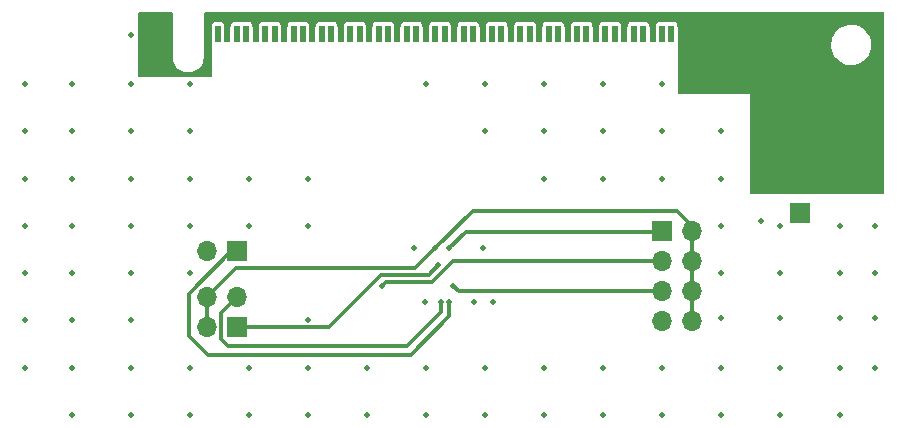
<source format=gbr>
%TF.GenerationSoftware,KiCad,Pcbnew,(7.0.0)*%
%TF.CreationDate,2023-08-31T15:59:46+04:00*%
%TF.ProjectId,RD53B_Quad_ZIF_to_ERF8_Data_Adapter,52443533-425f-4517-9561-645f5a49465f,V0*%
%TF.SameCoordinates,Original*%
%TF.FileFunction,Copper,L4,Bot*%
%TF.FilePolarity,Positive*%
%FSLAX46Y46*%
G04 Gerber Fmt 4.6, Leading zero omitted, Abs format (unit mm)*
G04 Created by KiCad (PCBNEW (7.0.0)) date 2023-08-31 15:59:46*
%MOMM*%
%LPD*%
G01*
G04 APERTURE LIST*
%TA.AperFunction,ComponentPad*%
%ADD10R,1.700000X1.700000*%
%TD*%
%TA.AperFunction,ComponentPad*%
%ADD11O,1.700000X1.700000*%
%TD*%
%TA.AperFunction,SMDPad,CuDef*%
%ADD12R,0.500000X1.480000*%
%TD*%
%TA.AperFunction,SMDPad,CuDef*%
%ADD13R,1.500000X2.000000*%
%TD*%
%TA.AperFunction,ViaPad*%
%ADD14C,0.500000*%
%TD*%
%TA.AperFunction,Conductor*%
%ADD15C,0.300000*%
%TD*%
G04 APERTURE END LIST*
D10*
%TO.P,J2,1,Pin_1*%
%TO.N,/LP_Enable_Module*%
X134420499Y-104471999D03*
D11*
%TO.P,J2,2,Pin_2*%
%TO.N,/FGND*%
X131880499Y-104471999D03*
%TD*%
D12*
%TO.P,J5,02,02*%
%TO.N,unconnected-(J5-Pad02)*%
X132820499Y-86069999D03*
%TO.P,J5,04,04*%
%TO.N,GND*%
X133620499Y-86069999D03*
%TO.P,J5,06,06*%
%TO.N,unconnected-(J5-Pad06)*%
X134420499Y-86069999D03*
%TO.P,J5,08,08*%
%TO.N,unconnected-(J5-Pad08)*%
X135220499Y-86069999D03*
%TO.P,J5,10,10*%
%TO.N,GND*%
X136020499Y-86069999D03*
%TO.P,J5,12,12*%
%TO.N,unconnected-(J5-Pad12)*%
X136820499Y-86069999D03*
%TO.P,J5,14,14*%
%TO.N,unconnected-(J5-Pad14)*%
X137620499Y-86069999D03*
%TO.P,J5,16,16*%
%TO.N,GND*%
X138420499Y-86069999D03*
%TO.P,J5,18,18*%
%TO.N,unconnected-(J5-Pad18)*%
X139220499Y-86069999D03*
%TO.P,J5,20,20*%
%TO.N,unconnected-(J5-Pad20)*%
X140020499Y-86069999D03*
%TO.P,J5,22,22*%
%TO.N,GND*%
X140820499Y-86069999D03*
%TO.P,J5,24,24*%
%TO.N,unconnected-(J5-Pad24)*%
X141620499Y-86069999D03*
%TO.P,J5,26,26*%
%TO.N,unconnected-(J5-Pad26)*%
X142420499Y-86069999D03*
%TO.P,J5,28,28*%
%TO.N,GND*%
X143220499Y-86069999D03*
%TO.P,J5,30,30*%
%TO.N,unconnected-(J5-Pad30)*%
X144020499Y-86069999D03*
%TO.P,J5,32,32*%
%TO.N,unconnected-(J5-Pad32)*%
X144820499Y-86069999D03*
%TO.P,J5,34,34*%
%TO.N,GND*%
X145620499Y-86069999D03*
%TO.P,J5,36,36*%
%TO.N,unconnected-(J5-Pad36)*%
X146420499Y-86069999D03*
%TO.P,J5,38,38*%
%TO.N,unconnected-(J5-Pad38)*%
X147220499Y-86069999D03*
%TO.P,J5,40,40*%
%TO.N,GND*%
X148020499Y-86069999D03*
%TO.P,J5,42,42*%
%TO.N,unconnected-(J5-Pad42)*%
X148820499Y-86069999D03*
%TO.P,J5,44,44*%
%TO.N,unconnected-(J5-Pad44)*%
X149620499Y-86069999D03*
%TO.P,J5,46,46*%
%TO.N,GND*%
X150420499Y-86069999D03*
%TO.P,J5,48,48*%
%TO.N,unconnected-(J5-Pad48)*%
X151220499Y-86069999D03*
%TO.P,J5,50,50*%
%TO.N,unconnected-(J5-Pad50)*%
X152020499Y-86069999D03*
%TO.P,J5,52,52*%
%TO.N,GND*%
X152820499Y-86069999D03*
%TO.P,J5,54,54*%
%TO.N,unconnected-(J5-Pad54)*%
X153620499Y-86069999D03*
%TO.P,J5,56,56*%
%TO.N,unconnected-(J5-Pad56)*%
X154420499Y-86069999D03*
%TO.P,J5,58,58*%
%TO.N,GND*%
X155220499Y-86069999D03*
%TO.P,J5,60,60*%
%TO.N,unconnected-(J5-Pad60)*%
X156020499Y-86069999D03*
%TO.P,J5,62,62*%
%TO.N,unconnected-(J5-Pad62)*%
X156820499Y-86069999D03*
%TO.P,J5,64,64*%
%TO.N,GND*%
X157620499Y-86069999D03*
%TO.P,J5,66,66*%
%TO.N,unconnected-(J5-Pad66)*%
X158420499Y-86069999D03*
%TO.P,J5,68,68*%
%TO.N,unconnected-(J5-Pad68)*%
X159220499Y-86069999D03*
%TO.P,J5,70,70*%
%TO.N,GND*%
X160020499Y-86069999D03*
%TO.P,J5,72,72*%
%TO.N,unconnected-(J5-Pad72)*%
X160820499Y-86069999D03*
%TO.P,J5,74,74*%
%TO.N,unconnected-(J5-Pad74)*%
X161620499Y-86069999D03*
%TO.P,J5,76,76*%
%TO.N,GND*%
X162420499Y-86069999D03*
%TO.P,J5,78,78*%
%TO.N,unconnected-(J5-Pad78)*%
X163220499Y-86069999D03*
%TO.P,J5,80,80*%
%TO.N,unconnected-(J5-Pad80)*%
X164020499Y-86069999D03*
%TO.P,J5,82,82*%
%TO.N,GND*%
X164820499Y-86069999D03*
%TO.P,J5,84,84*%
%TO.N,unconnected-(J5-Pad84)*%
X165620499Y-86069999D03*
%TO.P,J5,86,86*%
%TO.N,unconnected-(J5-Pad86)*%
X166420499Y-86069999D03*
%TO.P,J5,88,88*%
%TO.N,GND*%
X167220499Y-86069999D03*
%TO.P,J5,90,90*%
%TO.N,unconnected-(J5-Pad90)*%
X168020499Y-86069999D03*
%TO.P,J5,92,92*%
%TO.N,unconnected-(J5-Pad92)*%
X168820499Y-86069999D03*
%TO.P,J5,94,94*%
%TO.N,GND*%
X169620499Y-86069999D03*
%TO.P,J5,96,96*%
%TO.N,unconnected-(J5-Pad96)*%
X170420499Y-86069999D03*
%TO.P,J5,98,98*%
%TO.N,unconnected-(J5-Pad98)*%
X171220499Y-86069999D03*
%TO.P,J5,100,100*%
%TO.N,GND*%
X172020499Y-86069999D03*
D13*
%TO.P,J5,S2,S2*%
X127920499Y-86209999D03*
%TO.P,J5,S4,S4*%
X176920499Y-86209999D03*
%TD*%
D10*
%TO.P,J4,1,Pin_1*%
%TO.N,/MUX_Chip1*%
X170420499Y-102799999D03*
D11*
%TO.P,J4,2,Pin_2*%
%TO.N,/GND_Module*%
X172960499Y-102799999D03*
%TO.P,J4,3,Pin_3*%
%TO.N,/MUX_Chip2*%
X170420499Y-105339999D03*
%TO.P,J4,4,Pin_4*%
%TO.N,/GND_Module*%
X172960499Y-105339999D03*
%TO.P,J4,5,Pin_5*%
%TO.N,/MUX_Chip3*%
X170420499Y-107879999D03*
%TO.P,J4,6,Pin_6*%
%TO.N,/GND_Module*%
X172960499Y-107879999D03*
%TO.P,J4,7,Pin_7*%
%TO.N,/MUX_Chip4*%
X170420499Y-110419999D03*
%TO.P,J4,8,Pin_8*%
%TO.N,/GND_Module*%
X172960499Y-110419999D03*
%TD*%
D10*
%TO.P,J3,1,Pin_1*%
%TO.N,/CHIP_ID2*%
X134420499Y-110886999D03*
D11*
%TO.P,J3,2,Pin_2*%
%TO.N,/GND_Module*%
X131880499Y-110886999D03*
%TO.P,J3,3,Pin_3*%
%TO.N,/CHIP_ID3*%
X134420499Y-108346999D03*
%TO.P,J3,4,Pin_4*%
%TO.N,/GND_Module*%
X131880499Y-108346999D03*
%TD*%
D10*
%TO.P,J6,1,Pin_1*%
%TO.N,/FGND*%
X182086999Y-101249999D03*
D11*
%TO.P,J6,2,Pin_2*%
%TO.N,GND*%
X182086999Y-98709999D03*
%TD*%
D14*
%TO.N,/LP_Enable_Module*%
X152400000Y-108800000D03*
%TO.N,/CHIP_ID2*%
X151472000Y-105670000D03*
%TO.N,/CHIP_ID3*%
X151697000Y-108800000D03*
%TO.N,/MUX_Chip1*%
X152420500Y-104200000D03*
%TO.N,/MUX_Chip3*%
X152720500Y-107400000D03*
%TO.N,/GND_Module*%
X151215000Y-104200000D03*
%TO.N,/MUX_Chip2*%
X146720500Y-107400000D03*
%TO.N,GND*%
X152820500Y-84730000D03*
X140820500Y-84730000D03*
X188448000Y-94330000D03*
X178790000Y-97966000D03*
X157620500Y-84730000D03*
X133620500Y-84730000D03*
X172020500Y-84730000D03*
X150420500Y-84730000D03*
X175650500Y-86210000D03*
X188448000Y-98330000D03*
X188448000Y-90330000D03*
X180448000Y-90330000D03*
X162420500Y-84730000D03*
X160020500Y-84730000D03*
X180448000Y-86210000D03*
X185448000Y-98330000D03*
X148020500Y-84730000D03*
X143220500Y-84730000D03*
X136020500Y-84730000D03*
X138420500Y-84730000D03*
X127920500Y-87810000D03*
X180448000Y-98330000D03*
X175448000Y-90330000D03*
X176920000Y-87810000D03*
X145620500Y-84730000D03*
X180448000Y-94330000D03*
X169620500Y-84730000D03*
X126650500Y-86210000D03*
X185448000Y-94330000D03*
X178190500Y-86210000D03*
X185448000Y-90330000D03*
X155220500Y-84730000D03*
X167220500Y-84730000D03*
X164820500Y-84730000D03*
%TO.N,/FGND*%
X125448000Y-110330000D03*
X170448000Y-118330000D03*
X160448000Y-118330000D03*
X130448000Y-114330000D03*
X130448000Y-102330000D03*
X165448000Y-94330000D03*
X165448000Y-90330000D03*
X185448000Y-118330000D03*
X155448000Y-90330000D03*
X116448000Y-94330000D03*
X130448000Y-106330000D03*
X175448000Y-102330000D03*
X150448000Y-118330000D03*
X156134000Y-108800000D03*
X125448000Y-94330000D03*
X116448000Y-106330000D03*
X160448000Y-98330000D03*
X145448000Y-118330000D03*
X120448000Y-98330000D03*
X188448000Y-102330000D03*
X116448000Y-90330000D03*
X185448000Y-106330000D03*
X145448000Y-114330000D03*
X180448000Y-118330000D03*
X116448000Y-102330000D03*
X178790000Y-101919000D03*
X125448000Y-106330000D03*
X140448000Y-98330000D03*
X120448000Y-102330000D03*
X175448000Y-114330000D03*
X188448000Y-106330000D03*
X135448000Y-98330000D03*
X120448000Y-90330000D03*
X120448000Y-94330000D03*
X140448000Y-102330000D03*
X180448000Y-114330000D03*
X125448000Y-90330000D03*
X120448000Y-110330000D03*
X125448000Y-98330000D03*
X175448000Y-98330000D03*
X180448000Y-102330000D03*
X125448000Y-118330000D03*
X154520500Y-108800000D03*
X125448000Y-114330000D03*
X160448000Y-94330000D03*
X135448000Y-114330000D03*
X170448000Y-90330000D03*
X150448000Y-114330000D03*
X185448000Y-114330000D03*
X130448000Y-118330000D03*
X120448000Y-106330000D03*
X155448000Y-114330000D03*
X180448000Y-106330000D03*
X149420500Y-104200000D03*
X125448000Y-86210000D03*
X165448000Y-98330000D03*
X165448000Y-118330000D03*
X135448000Y-118330000D03*
X116448000Y-114330000D03*
X150320500Y-108800000D03*
X175448000Y-94330000D03*
X175448000Y-106330000D03*
X188448000Y-114330000D03*
X155448000Y-118330000D03*
X155448000Y-94330000D03*
X120448000Y-118330000D03*
X120448000Y-114330000D03*
X160448000Y-114330000D03*
X150448000Y-90330000D03*
X165448000Y-114330000D03*
X170448000Y-114330000D03*
X125448000Y-102330000D03*
X155274000Y-104200000D03*
X130448000Y-98330000D03*
X185448000Y-102330000D03*
X135448000Y-102330000D03*
X160448000Y-90330000D03*
X175448000Y-110090000D03*
X130448000Y-90330000D03*
X188448000Y-110090000D03*
X140448000Y-110330000D03*
X175448000Y-118330000D03*
X140448000Y-118330000D03*
X130448000Y-94330000D03*
X170448000Y-94330000D03*
X170448000Y-98330000D03*
X140448000Y-114330000D03*
X116448000Y-110330000D03*
X180448000Y-110090000D03*
X185448000Y-110090000D03*
X116448000Y-98330000D03*
%TD*%
D15*
%TO.N,/GND_Module*%
X154373000Y-101042000D02*
X171692000Y-101042000D01*
X151215000Y-104200000D02*
X154373000Y-101042000D01*
%TO.N,/LP_Enable_Module*%
X130369000Y-111656000D02*
X131944000Y-113231000D01*
X152400000Y-109958000D02*
X152400000Y-108800000D01*
X134420500Y-104472000D02*
X133964000Y-104472000D01*
X149127000Y-113231000D02*
X152400000Y-109958000D01*
X130369000Y-108067000D02*
X130369000Y-111656000D01*
X133964000Y-104472000D02*
X130369000Y-108067000D01*
X131944000Y-113231000D02*
X149127000Y-113231000D01*
%TO.N,/CHIP_ID2*%
X142259000Y-110887000D02*
X134420500Y-110887000D01*
X150658000Y-106484000D02*
X146662000Y-106484000D01*
X151472000Y-105670000D02*
X150658000Y-106484000D01*
X146662000Y-106484000D02*
X142259000Y-110887000D01*
%TO.N,/CHIP_ID3*%
X151697000Y-109602000D02*
X151697000Y-108800000D01*
X133067000Y-111887000D02*
X133673000Y-112493000D01*
X133067000Y-109700500D02*
X133067000Y-111887000D01*
X148806000Y-112493000D02*
X151697000Y-109602000D01*
X134420500Y-108347000D02*
X133067000Y-109700500D01*
X133673000Y-112493000D02*
X148806000Y-112493000D01*
%TO.N,/MUX_Chip1*%
X153812500Y-102808000D02*
X170412500Y-102808000D01*
X170412500Y-102808000D02*
X170420500Y-102800000D01*
X152420500Y-104200000D02*
X153812500Y-102808000D01*
%TO.N,/MUX_Chip3*%
X170420500Y-107880000D02*
X153200500Y-107880000D01*
X152720500Y-107400000D02*
X153200500Y-107880000D01*
%TO.N,/GND_Module*%
X131880500Y-108347000D02*
X131880500Y-110887000D01*
X172960500Y-102310500D02*
X172960500Y-102800000D01*
X172960500Y-102800000D02*
X172960500Y-110420000D01*
X171692000Y-101042000D02*
X172960500Y-102310500D01*
X134311500Y-105916000D02*
X149499000Y-105916000D01*
X149499000Y-105916000D02*
X151215000Y-104200000D01*
X131880500Y-108347000D02*
X134311500Y-105916000D01*
%TO.N,/MUX_Chip2*%
X147036500Y-107084000D02*
X146720500Y-107400000D01*
X152718000Y-105340000D02*
X150974000Y-107084000D01*
X170420500Y-105340000D02*
X152718000Y-105340000D01*
X150974000Y-107084000D02*
X147036500Y-107084000D01*
%TD*%
%TA.AperFunction,Conductor*%
%TO.N,GND*%
G36*
X128937000Y-84227381D02*
G01*
X128983119Y-84273500D01*
X129000000Y-84336500D01*
X129000000Y-87970118D01*
X129000000Y-88010000D01*
X129000000Y-88113139D01*
X129000773Y-88118022D01*
X129000774Y-88118029D01*
X129031494Y-88311987D01*
X129031495Y-88311994D01*
X129032269Y-88316876D01*
X129033798Y-88321584D01*
X129033799Y-88321585D01*
X129094480Y-88508344D01*
X129094483Y-88508351D01*
X129096012Y-88513057D01*
X129189660Y-88696852D01*
X129310907Y-88863733D01*
X129456767Y-89009593D01*
X129623648Y-89130840D01*
X129807443Y-89224488D01*
X130003624Y-89288231D01*
X130207361Y-89320500D01*
X130270618Y-89320500D01*
X130310500Y-89320500D01*
X130350382Y-89320500D01*
X130408686Y-89320500D01*
X130413639Y-89320500D01*
X130617376Y-89288231D01*
X130813557Y-89224488D01*
X130997352Y-89130840D01*
X131164233Y-89009593D01*
X131310093Y-88863733D01*
X131431340Y-88696852D01*
X131524988Y-88513057D01*
X131588731Y-88316876D01*
X131621000Y-88113139D01*
X131621000Y-88010000D01*
X131621000Y-87970118D01*
X131621000Y-84336500D01*
X131637881Y-84273500D01*
X131684000Y-84227381D01*
X131747000Y-84210500D01*
X178397910Y-84210500D01*
X178443090Y-84210500D01*
X189121500Y-84210500D01*
X189184500Y-84227381D01*
X189230619Y-84273500D01*
X189247500Y-84336500D01*
X189247500Y-99487000D01*
X189230619Y-99550000D01*
X189184500Y-99596119D01*
X189121500Y-99613000D01*
X178003000Y-99613000D01*
X177940000Y-99596119D01*
X177893881Y-99550000D01*
X177877000Y-99487000D01*
X177877000Y-91157590D01*
X177877000Y-91141000D01*
X177860410Y-91141000D01*
X171905000Y-91141000D01*
X171842000Y-91124119D01*
X171795881Y-91078000D01*
X171779000Y-91015000D01*
X171779000Y-86944675D01*
X184743748Y-86944675D01*
X184753749Y-87205593D01*
X184754667Y-87210328D01*
X184754668Y-87210334D01*
X184802541Y-87457183D01*
X184802544Y-87457194D01*
X184803462Y-87461927D01*
X184805094Y-87466471D01*
X184890088Y-87703123D01*
X184890091Y-87703130D01*
X184891721Y-87707668D01*
X184894027Y-87711909D01*
X184894029Y-87711913D01*
X185014146Y-87932805D01*
X185014151Y-87932813D01*
X185016459Y-87937057D01*
X185019390Y-87940903D01*
X185019392Y-87940905D01*
X185146904Y-88108186D01*
X185174750Y-88144716D01*
X185362886Y-88325778D01*
X185366837Y-88328557D01*
X185572506Y-88473221D01*
X185572509Y-88473222D01*
X185576456Y-88475999D01*
X185810453Y-88591859D01*
X186059395Y-88670641D01*
X186317445Y-88710500D01*
X186510771Y-88710500D01*
X186513177Y-88710500D01*
X186708344Y-88695516D01*
X186962586Y-88636021D01*
X187204766Y-88538414D01*
X187429208Y-88404982D01*
X187630652Y-88238852D01*
X187804375Y-88043920D01*
X187946306Y-87824753D01*
X188053118Y-87586489D01*
X188122307Y-87334713D01*
X188152252Y-87075325D01*
X188142251Y-86814407D01*
X188108006Y-86637833D01*
X188093458Y-86562816D01*
X188093457Y-86562814D01*
X188092538Y-86558073D01*
X188004279Y-86312332D01*
X187879541Y-86082943D01*
X187721250Y-85875284D01*
X187533114Y-85694222D01*
X187424870Y-85618085D01*
X187323493Y-85546778D01*
X187323487Y-85546774D01*
X187319544Y-85544001D01*
X187315224Y-85541862D01*
X187315219Y-85541859D01*
X187089875Y-85430284D01*
X187085547Y-85428141D01*
X187080940Y-85426683D01*
X186841207Y-85350815D01*
X186841202Y-85350813D01*
X186836605Y-85349359D01*
X186831841Y-85348623D01*
X186831832Y-85348621D01*
X186583329Y-85310237D01*
X186583323Y-85310236D01*
X186578555Y-85309500D01*
X186382823Y-85309500D01*
X186380432Y-85309683D01*
X186380420Y-85309684D01*
X186192472Y-85324114D01*
X186192468Y-85324114D01*
X186187656Y-85324484D01*
X186182964Y-85325581D01*
X186182957Y-85325583D01*
X185938109Y-85382880D01*
X185938105Y-85382881D01*
X185933414Y-85383979D01*
X185928945Y-85385780D01*
X185928936Y-85385783D01*
X185695718Y-85479778D01*
X185695709Y-85479782D01*
X185691234Y-85481586D01*
X185687080Y-85484055D01*
X185687079Y-85484056D01*
X185470939Y-85612552D01*
X185470933Y-85612555D01*
X185466792Y-85615018D01*
X185463079Y-85618079D01*
X185463072Y-85618085D01*
X185269067Y-85778080D01*
X185269060Y-85778086D01*
X185265348Y-85781148D01*
X185262143Y-85784743D01*
X185262138Y-85784749D01*
X185094839Y-85972473D01*
X185094835Y-85972477D01*
X185091625Y-85976080D01*
X185089003Y-85980128D01*
X185088996Y-85980138D01*
X184952318Y-86191193D01*
X184952310Y-86191205D01*
X184949694Y-86195247D01*
X184947722Y-86199644D01*
X184947718Y-86199653D01*
X184844860Y-86429097D01*
X184844856Y-86429105D01*
X184842882Y-86433511D01*
X184841602Y-86438166D01*
X184841601Y-86438171D01*
X184774971Y-86680633D01*
X184774968Y-86680644D01*
X184773693Y-86685287D01*
X184773140Y-86690071D01*
X184773139Y-86690080D01*
X184748012Y-86907740D01*
X184743748Y-86944675D01*
X171779000Y-86944675D01*
X171779000Y-85553590D01*
X171779000Y-85537000D01*
X171772929Y-85537000D01*
X171757905Y-85521976D01*
X171730591Y-85481099D01*
X171721000Y-85432881D01*
X171721000Y-85311513D01*
X171721000Y-85305326D01*
X171706466Y-85232260D01*
X171651101Y-85149399D01*
X171640785Y-85142506D01*
X171578557Y-85100927D01*
X171578555Y-85100926D01*
X171568240Y-85094034D01*
X171555592Y-85091518D01*
X171501241Y-85080706D01*
X171501232Y-85080705D01*
X171495174Y-85079500D01*
X170945826Y-85079500D01*
X170939768Y-85080704D01*
X170939758Y-85080706D01*
X170884930Y-85091613D01*
X170884929Y-85091613D01*
X170872760Y-85094034D01*
X170865321Y-85099004D01*
X170820500Y-85107919D01*
X170775678Y-85099004D01*
X170768240Y-85094034D01*
X170755592Y-85091518D01*
X170701241Y-85080706D01*
X170701232Y-85080705D01*
X170695174Y-85079500D01*
X170145826Y-85079500D01*
X170139768Y-85080704D01*
X170139758Y-85080706D01*
X170084930Y-85091613D01*
X170084929Y-85091613D01*
X170072760Y-85094034D01*
X170062446Y-85100925D01*
X170062442Y-85100927D01*
X170000214Y-85142506D01*
X170000211Y-85142508D01*
X169989899Y-85149399D01*
X169983008Y-85159711D01*
X169983006Y-85159714D01*
X169941427Y-85221942D01*
X169941425Y-85221946D01*
X169934534Y-85232260D01*
X169932113Y-85244429D01*
X169932113Y-85244430D01*
X169921206Y-85299258D01*
X169921204Y-85299268D01*
X169920000Y-85305326D01*
X169920000Y-85311513D01*
X169920000Y-85411000D01*
X169903119Y-85474000D01*
X169857000Y-85520119D01*
X169794000Y-85537000D01*
X169447000Y-85537000D01*
X169384000Y-85520119D01*
X169337881Y-85474000D01*
X169321000Y-85411000D01*
X169321000Y-85311513D01*
X169321000Y-85305326D01*
X169306466Y-85232260D01*
X169251101Y-85149399D01*
X169240785Y-85142506D01*
X169178557Y-85100927D01*
X169178555Y-85100926D01*
X169168240Y-85094034D01*
X169155592Y-85091518D01*
X169101241Y-85080706D01*
X169101232Y-85080705D01*
X169095174Y-85079500D01*
X168545826Y-85079500D01*
X168539768Y-85080704D01*
X168539758Y-85080706D01*
X168484930Y-85091613D01*
X168484929Y-85091613D01*
X168472760Y-85094034D01*
X168465321Y-85099004D01*
X168420500Y-85107919D01*
X168375678Y-85099004D01*
X168368240Y-85094034D01*
X168355592Y-85091518D01*
X168301241Y-85080706D01*
X168301232Y-85080705D01*
X168295174Y-85079500D01*
X167745826Y-85079500D01*
X167739768Y-85080704D01*
X167739758Y-85080706D01*
X167684930Y-85091613D01*
X167684929Y-85091613D01*
X167672760Y-85094034D01*
X167662446Y-85100925D01*
X167662442Y-85100927D01*
X167600214Y-85142506D01*
X167600211Y-85142508D01*
X167589899Y-85149399D01*
X167583008Y-85159711D01*
X167583006Y-85159714D01*
X167541427Y-85221942D01*
X167541425Y-85221946D01*
X167534534Y-85232260D01*
X167532113Y-85244429D01*
X167532113Y-85244430D01*
X167521206Y-85299258D01*
X167521204Y-85299268D01*
X167520000Y-85305326D01*
X167520000Y-85311513D01*
X167520000Y-85411000D01*
X167503119Y-85474000D01*
X167457000Y-85520119D01*
X167394000Y-85537000D01*
X167047000Y-85537000D01*
X166984000Y-85520119D01*
X166937881Y-85474000D01*
X166921000Y-85411000D01*
X166921000Y-85311513D01*
X166921000Y-85305326D01*
X166906466Y-85232260D01*
X166851101Y-85149399D01*
X166840785Y-85142506D01*
X166778557Y-85100927D01*
X166778555Y-85100926D01*
X166768240Y-85094034D01*
X166755592Y-85091518D01*
X166701241Y-85080706D01*
X166701232Y-85080705D01*
X166695174Y-85079500D01*
X166145826Y-85079500D01*
X166139768Y-85080704D01*
X166139758Y-85080706D01*
X166084930Y-85091613D01*
X166084929Y-85091613D01*
X166072760Y-85094034D01*
X166065321Y-85099004D01*
X166020500Y-85107919D01*
X165975678Y-85099004D01*
X165968240Y-85094034D01*
X165955592Y-85091518D01*
X165901241Y-85080706D01*
X165901232Y-85080705D01*
X165895174Y-85079500D01*
X165345826Y-85079500D01*
X165339768Y-85080704D01*
X165339758Y-85080706D01*
X165284930Y-85091613D01*
X165284929Y-85091613D01*
X165272760Y-85094034D01*
X165262446Y-85100925D01*
X165262442Y-85100927D01*
X165200214Y-85142506D01*
X165200211Y-85142508D01*
X165189899Y-85149399D01*
X165183008Y-85159711D01*
X165183006Y-85159714D01*
X165141427Y-85221942D01*
X165141425Y-85221946D01*
X165134534Y-85232260D01*
X165132113Y-85244429D01*
X165132113Y-85244430D01*
X165121206Y-85299258D01*
X165121204Y-85299268D01*
X165120000Y-85305326D01*
X165120000Y-85311513D01*
X165120000Y-85411000D01*
X165103119Y-85474000D01*
X165057000Y-85520119D01*
X164994000Y-85537000D01*
X164647000Y-85537000D01*
X164584000Y-85520119D01*
X164537881Y-85474000D01*
X164521000Y-85411000D01*
X164521000Y-85311513D01*
X164521000Y-85305326D01*
X164506466Y-85232260D01*
X164451101Y-85149399D01*
X164440785Y-85142506D01*
X164378557Y-85100927D01*
X164378555Y-85100926D01*
X164368240Y-85094034D01*
X164355592Y-85091518D01*
X164301241Y-85080706D01*
X164301232Y-85080705D01*
X164295174Y-85079500D01*
X163745826Y-85079500D01*
X163739768Y-85080704D01*
X163739758Y-85080706D01*
X163684930Y-85091613D01*
X163684929Y-85091613D01*
X163672760Y-85094034D01*
X163665321Y-85099004D01*
X163620500Y-85107919D01*
X163575678Y-85099004D01*
X163568240Y-85094034D01*
X163555592Y-85091518D01*
X163501241Y-85080706D01*
X163501232Y-85080705D01*
X163495174Y-85079500D01*
X162945826Y-85079500D01*
X162939768Y-85080704D01*
X162939758Y-85080706D01*
X162884930Y-85091613D01*
X162884929Y-85091613D01*
X162872760Y-85094034D01*
X162862446Y-85100925D01*
X162862442Y-85100927D01*
X162800214Y-85142506D01*
X162800211Y-85142508D01*
X162789899Y-85149399D01*
X162783008Y-85159711D01*
X162783006Y-85159714D01*
X162741427Y-85221942D01*
X162741425Y-85221946D01*
X162734534Y-85232260D01*
X162732113Y-85244429D01*
X162732113Y-85244430D01*
X162721206Y-85299258D01*
X162721204Y-85299268D01*
X162720000Y-85305326D01*
X162720000Y-85311513D01*
X162720000Y-85411000D01*
X162703119Y-85474000D01*
X162657000Y-85520119D01*
X162594000Y-85537000D01*
X162247000Y-85537000D01*
X162184000Y-85520119D01*
X162137881Y-85474000D01*
X162121000Y-85411000D01*
X162121000Y-85311513D01*
X162121000Y-85305326D01*
X162106466Y-85232260D01*
X162051101Y-85149399D01*
X162040785Y-85142506D01*
X161978557Y-85100927D01*
X161978555Y-85100926D01*
X161968240Y-85094034D01*
X161955592Y-85091518D01*
X161901241Y-85080706D01*
X161901232Y-85080705D01*
X161895174Y-85079500D01*
X161345826Y-85079500D01*
X161339768Y-85080704D01*
X161339758Y-85080706D01*
X161284930Y-85091613D01*
X161284929Y-85091613D01*
X161272760Y-85094034D01*
X161265321Y-85099004D01*
X161220500Y-85107919D01*
X161175678Y-85099004D01*
X161168240Y-85094034D01*
X161155592Y-85091518D01*
X161101241Y-85080706D01*
X161101232Y-85080705D01*
X161095174Y-85079500D01*
X160545826Y-85079500D01*
X160539768Y-85080704D01*
X160539758Y-85080706D01*
X160484930Y-85091613D01*
X160484929Y-85091613D01*
X160472760Y-85094034D01*
X160462446Y-85100925D01*
X160462442Y-85100927D01*
X160400214Y-85142506D01*
X160400211Y-85142508D01*
X160389899Y-85149399D01*
X160383008Y-85159711D01*
X160383006Y-85159714D01*
X160341427Y-85221942D01*
X160341425Y-85221946D01*
X160334534Y-85232260D01*
X160332113Y-85244429D01*
X160332113Y-85244430D01*
X160321206Y-85299258D01*
X160321204Y-85299268D01*
X160320000Y-85305326D01*
X160320000Y-85311513D01*
X160320000Y-85411000D01*
X160303119Y-85474000D01*
X160257000Y-85520119D01*
X160194000Y-85537000D01*
X159847000Y-85537000D01*
X159784000Y-85520119D01*
X159737881Y-85474000D01*
X159721000Y-85411000D01*
X159721000Y-85311513D01*
X159721000Y-85305326D01*
X159706466Y-85232260D01*
X159651101Y-85149399D01*
X159640785Y-85142506D01*
X159578557Y-85100927D01*
X159578555Y-85100926D01*
X159568240Y-85094034D01*
X159555592Y-85091518D01*
X159501241Y-85080706D01*
X159501232Y-85080705D01*
X159495174Y-85079500D01*
X158945826Y-85079500D01*
X158939768Y-85080704D01*
X158939758Y-85080706D01*
X158884930Y-85091613D01*
X158884929Y-85091613D01*
X158872760Y-85094034D01*
X158865321Y-85099004D01*
X158820500Y-85107919D01*
X158775678Y-85099004D01*
X158768240Y-85094034D01*
X158755592Y-85091518D01*
X158701241Y-85080706D01*
X158701232Y-85080705D01*
X158695174Y-85079500D01*
X158145826Y-85079500D01*
X158139768Y-85080704D01*
X158139758Y-85080706D01*
X158084930Y-85091613D01*
X158084929Y-85091613D01*
X158072760Y-85094034D01*
X158062446Y-85100925D01*
X158062442Y-85100927D01*
X158000214Y-85142506D01*
X158000211Y-85142508D01*
X157989899Y-85149399D01*
X157983008Y-85159711D01*
X157983006Y-85159714D01*
X157941427Y-85221942D01*
X157941425Y-85221946D01*
X157934534Y-85232260D01*
X157932113Y-85244429D01*
X157932113Y-85244430D01*
X157921206Y-85299258D01*
X157921204Y-85299268D01*
X157920000Y-85305326D01*
X157920000Y-85311513D01*
X157920000Y-85411000D01*
X157903119Y-85474000D01*
X157857000Y-85520119D01*
X157794000Y-85537000D01*
X157447000Y-85537000D01*
X157384000Y-85520119D01*
X157337881Y-85474000D01*
X157321000Y-85411000D01*
X157321000Y-85311513D01*
X157321000Y-85305326D01*
X157306466Y-85232260D01*
X157251101Y-85149399D01*
X157240785Y-85142506D01*
X157178557Y-85100927D01*
X157178555Y-85100926D01*
X157168240Y-85094034D01*
X157155592Y-85091518D01*
X157101241Y-85080706D01*
X157101232Y-85080705D01*
X157095174Y-85079500D01*
X156545826Y-85079500D01*
X156539768Y-85080704D01*
X156539758Y-85080706D01*
X156484930Y-85091613D01*
X156484929Y-85091613D01*
X156472760Y-85094034D01*
X156465321Y-85099004D01*
X156420500Y-85107919D01*
X156375678Y-85099004D01*
X156368240Y-85094034D01*
X156355592Y-85091518D01*
X156301241Y-85080706D01*
X156301232Y-85080705D01*
X156295174Y-85079500D01*
X155745826Y-85079500D01*
X155739768Y-85080704D01*
X155739758Y-85080706D01*
X155684930Y-85091613D01*
X155684929Y-85091613D01*
X155672760Y-85094034D01*
X155662446Y-85100925D01*
X155662442Y-85100927D01*
X155600214Y-85142506D01*
X155600211Y-85142508D01*
X155589899Y-85149399D01*
X155583008Y-85159711D01*
X155583006Y-85159714D01*
X155541427Y-85221942D01*
X155541425Y-85221946D01*
X155534534Y-85232260D01*
X155532113Y-85244429D01*
X155532113Y-85244430D01*
X155521206Y-85299258D01*
X155521204Y-85299268D01*
X155520000Y-85305326D01*
X155520000Y-85311513D01*
X155520000Y-85411000D01*
X155503119Y-85474000D01*
X155457000Y-85520119D01*
X155394000Y-85537000D01*
X155047000Y-85537000D01*
X154984000Y-85520119D01*
X154937881Y-85474000D01*
X154921000Y-85411000D01*
X154921000Y-85311513D01*
X154921000Y-85305326D01*
X154906466Y-85232260D01*
X154851101Y-85149399D01*
X154840785Y-85142506D01*
X154778557Y-85100927D01*
X154778555Y-85100926D01*
X154768240Y-85094034D01*
X154755592Y-85091518D01*
X154701241Y-85080706D01*
X154701232Y-85080705D01*
X154695174Y-85079500D01*
X154145826Y-85079500D01*
X154139768Y-85080704D01*
X154139758Y-85080706D01*
X154084930Y-85091613D01*
X154084929Y-85091613D01*
X154072760Y-85094034D01*
X154065321Y-85099004D01*
X154020500Y-85107919D01*
X153975678Y-85099004D01*
X153968240Y-85094034D01*
X153955592Y-85091518D01*
X153901241Y-85080706D01*
X153901232Y-85080705D01*
X153895174Y-85079500D01*
X153345826Y-85079500D01*
X153339768Y-85080704D01*
X153339758Y-85080706D01*
X153284930Y-85091613D01*
X153284929Y-85091613D01*
X153272760Y-85094034D01*
X153262446Y-85100925D01*
X153262442Y-85100927D01*
X153200214Y-85142506D01*
X153200211Y-85142508D01*
X153189899Y-85149399D01*
X153183008Y-85159711D01*
X153183006Y-85159714D01*
X153141427Y-85221942D01*
X153141425Y-85221946D01*
X153134534Y-85232260D01*
X153132113Y-85244429D01*
X153132113Y-85244430D01*
X153121206Y-85299258D01*
X153121204Y-85299268D01*
X153120000Y-85305326D01*
X153120000Y-85311513D01*
X153120000Y-85411000D01*
X153103119Y-85474000D01*
X153057000Y-85520119D01*
X152994000Y-85537000D01*
X152647000Y-85537000D01*
X152584000Y-85520119D01*
X152537881Y-85474000D01*
X152521000Y-85411000D01*
X152521000Y-85311513D01*
X152521000Y-85305326D01*
X152506466Y-85232260D01*
X152451101Y-85149399D01*
X152440785Y-85142506D01*
X152378557Y-85100927D01*
X152378555Y-85100926D01*
X152368240Y-85094034D01*
X152355592Y-85091518D01*
X152301241Y-85080706D01*
X152301232Y-85080705D01*
X152295174Y-85079500D01*
X151745826Y-85079500D01*
X151739768Y-85080704D01*
X151739758Y-85080706D01*
X151684930Y-85091613D01*
X151684929Y-85091613D01*
X151672760Y-85094034D01*
X151665321Y-85099004D01*
X151620500Y-85107919D01*
X151575678Y-85099004D01*
X151568240Y-85094034D01*
X151555592Y-85091518D01*
X151501241Y-85080706D01*
X151501232Y-85080705D01*
X151495174Y-85079500D01*
X150945826Y-85079500D01*
X150939768Y-85080704D01*
X150939758Y-85080706D01*
X150884930Y-85091613D01*
X150884929Y-85091613D01*
X150872760Y-85094034D01*
X150862446Y-85100925D01*
X150862442Y-85100927D01*
X150800214Y-85142506D01*
X150800211Y-85142508D01*
X150789899Y-85149399D01*
X150783008Y-85159711D01*
X150783006Y-85159714D01*
X150741427Y-85221942D01*
X150741425Y-85221946D01*
X150734534Y-85232260D01*
X150732113Y-85244429D01*
X150732113Y-85244430D01*
X150721206Y-85299258D01*
X150721204Y-85299268D01*
X150720000Y-85305326D01*
X150720000Y-85311513D01*
X150720000Y-85411000D01*
X150703119Y-85474000D01*
X150657000Y-85520119D01*
X150594000Y-85537000D01*
X150247000Y-85537000D01*
X150184000Y-85520119D01*
X150137881Y-85474000D01*
X150121000Y-85411000D01*
X150121000Y-85311513D01*
X150121000Y-85305326D01*
X150106466Y-85232260D01*
X150051101Y-85149399D01*
X150040785Y-85142506D01*
X149978557Y-85100927D01*
X149978555Y-85100926D01*
X149968240Y-85094034D01*
X149955592Y-85091518D01*
X149901241Y-85080706D01*
X149901232Y-85080705D01*
X149895174Y-85079500D01*
X149345826Y-85079500D01*
X149339768Y-85080704D01*
X149339758Y-85080706D01*
X149284930Y-85091613D01*
X149284929Y-85091613D01*
X149272760Y-85094034D01*
X149265321Y-85099004D01*
X149220500Y-85107919D01*
X149175678Y-85099004D01*
X149168240Y-85094034D01*
X149155592Y-85091518D01*
X149101241Y-85080706D01*
X149101232Y-85080705D01*
X149095174Y-85079500D01*
X148545826Y-85079500D01*
X148539768Y-85080704D01*
X148539758Y-85080706D01*
X148484930Y-85091613D01*
X148484929Y-85091613D01*
X148472760Y-85094034D01*
X148462446Y-85100925D01*
X148462442Y-85100927D01*
X148400214Y-85142506D01*
X148400211Y-85142508D01*
X148389899Y-85149399D01*
X148383008Y-85159711D01*
X148383006Y-85159714D01*
X148341427Y-85221942D01*
X148341425Y-85221946D01*
X148334534Y-85232260D01*
X148332113Y-85244429D01*
X148332113Y-85244430D01*
X148321206Y-85299258D01*
X148321204Y-85299268D01*
X148320000Y-85305326D01*
X148320000Y-85311513D01*
X148320000Y-85411000D01*
X148303119Y-85474000D01*
X148257000Y-85520119D01*
X148194000Y-85537000D01*
X147847000Y-85537000D01*
X147784000Y-85520119D01*
X147737881Y-85474000D01*
X147721000Y-85411000D01*
X147721000Y-85311513D01*
X147721000Y-85305326D01*
X147706466Y-85232260D01*
X147651101Y-85149399D01*
X147640785Y-85142506D01*
X147578557Y-85100927D01*
X147578555Y-85100926D01*
X147568240Y-85094034D01*
X147555592Y-85091518D01*
X147501241Y-85080706D01*
X147501232Y-85080705D01*
X147495174Y-85079500D01*
X146945826Y-85079500D01*
X146939768Y-85080704D01*
X146939758Y-85080706D01*
X146884930Y-85091613D01*
X146884929Y-85091613D01*
X146872760Y-85094034D01*
X146865321Y-85099004D01*
X146820500Y-85107919D01*
X146775678Y-85099004D01*
X146768240Y-85094034D01*
X146755592Y-85091518D01*
X146701241Y-85080706D01*
X146701232Y-85080705D01*
X146695174Y-85079500D01*
X146145826Y-85079500D01*
X146139768Y-85080704D01*
X146139758Y-85080706D01*
X146084930Y-85091613D01*
X146084929Y-85091613D01*
X146072760Y-85094034D01*
X146062446Y-85100925D01*
X146062442Y-85100927D01*
X146000214Y-85142506D01*
X146000211Y-85142508D01*
X145989899Y-85149399D01*
X145983008Y-85159711D01*
X145983006Y-85159714D01*
X145941427Y-85221942D01*
X145941425Y-85221946D01*
X145934534Y-85232260D01*
X145932113Y-85244429D01*
X145932113Y-85244430D01*
X145921206Y-85299258D01*
X145921204Y-85299268D01*
X145920000Y-85305326D01*
X145920000Y-85311513D01*
X145920000Y-85411000D01*
X145903119Y-85474000D01*
X145857000Y-85520119D01*
X145794000Y-85537000D01*
X145447000Y-85537000D01*
X145384000Y-85520119D01*
X145337881Y-85474000D01*
X145321000Y-85411000D01*
X145321000Y-85311513D01*
X145321000Y-85305326D01*
X145306466Y-85232260D01*
X145251101Y-85149399D01*
X145240785Y-85142506D01*
X145178557Y-85100927D01*
X145178555Y-85100926D01*
X145168240Y-85094034D01*
X145155592Y-85091518D01*
X145101241Y-85080706D01*
X145101232Y-85080705D01*
X145095174Y-85079500D01*
X144545826Y-85079500D01*
X144539768Y-85080704D01*
X144539758Y-85080706D01*
X144484930Y-85091613D01*
X144484929Y-85091613D01*
X144472760Y-85094034D01*
X144465321Y-85099004D01*
X144420500Y-85107919D01*
X144375678Y-85099004D01*
X144368240Y-85094034D01*
X144355592Y-85091518D01*
X144301241Y-85080706D01*
X144301232Y-85080705D01*
X144295174Y-85079500D01*
X143745826Y-85079500D01*
X143739768Y-85080704D01*
X143739758Y-85080706D01*
X143684930Y-85091613D01*
X143684929Y-85091613D01*
X143672760Y-85094034D01*
X143662446Y-85100925D01*
X143662442Y-85100927D01*
X143600214Y-85142506D01*
X143600211Y-85142508D01*
X143589899Y-85149399D01*
X143583008Y-85159711D01*
X143583006Y-85159714D01*
X143541427Y-85221942D01*
X143541425Y-85221946D01*
X143534534Y-85232260D01*
X143532113Y-85244429D01*
X143532113Y-85244430D01*
X143521206Y-85299258D01*
X143521204Y-85299268D01*
X143520000Y-85305326D01*
X143520000Y-85311513D01*
X143520000Y-85411000D01*
X143503119Y-85474000D01*
X143457000Y-85520119D01*
X143394000Y-85537000D01*
X143047000Y-85537000D01*
X142984000Y-85520119D01*
X142937881Y-85474000D01*
X142921000Y-85411000D01*
X142921000Y-85311513D01*
X142921000Y-85305326D01*
X142906466Y-85232260D01*
X142851101Y-85149399D01*
X142840785Y-85142506D01*
X142778557Y-85100927D01*
X142778555Y-85100926D01*
X142768240Y-85094034D01*
X142755592Y-85091518D01*
X142701241Y-85080706D01*
X142701232Y-85080705D01*
X142695174Y-85079500D01*
X142145826Y-85079500D01*
X142139768Y-85080704D01*
X142139758Y-85080706D01*
X142084930Y-85091613D01*
X142084929Y-85091613D01*
X142072760Y-85094034D01*
X142065321Y-85099004D01*
X142020500Y-85107919D01*
X141975678Y-85099004D01*
X141968240Y-85094034D01*
X141955592Y-85091518D01*
X141901241Y-85080706D01*
X141901232Y-85080705D01*
X141895174Y-85079500D01*
X141345826Y-85079500D01*
X141339768Y-85080704D01*
X141339758Y-85080706D01*
X141284930Y-85091613D01*
X141284929Y-85091613D01*
X141272760Y-85094034D01*
X141262446Y-85100925D01*
X141262442Y-85100927D01*
X141200214Y-85142506D01*
X141200211Y-85142508D01*
X141189899Y-85149399D01*
X141183008Y-85159711D01*
X141183006Y-85159714D01*
X141141427Y-85221942D01*
X141141425Y-85221946D01*
X141134534Y-85232260D01*
X141132113Y-85244429D01*
X141132113Y-85244430D01*
X141121206Y-85299258D01*
X141121204Y-85299268D01*
X141120000Y-85305326D01*
X141120000Y-85311513D01*
X141120000Y-85411000D01*
X141103119Y-85474000D01*
X141057000Y-85520119D01*
X140994000Y-85537000D01*
X140647000Y-85537000D01*
X140584000Y-85520119D01*
X140537881Y-85474000D01*
X140521000Y-85411000D01*
X140521000Y-85311513D01*
X140521000Y-85305326D01*
X140506466Y-85232260D01*
X140451101Y-85149399D01*
X140440785Y-85142506D01*
X140378557Y-85100927D01*
X140378555Y-85100926D01*
X140368240Y-85094034D01*
X140355592Y-85091518D01*
X140301241Y-85080706D01*
X140301232Y-85080705D01*
X140295174Y-85079500D01*
X139745826Y-85079500D01*
X139739768Y-85080704D01*
X139739758Y-85080706D01*
X139684930Y-85091613D01*
X139684929Y-85091613D01*
X139672760Y-85094034D01*
X139665321Y-85099004D01*
X139620500Y-85107919D01*
X139575678Y-85099004D01*
X139568240Y-85094034D01*
X139555592Y-85091518D01*
X139501241Y-85080706D01*
X139501232Y-85080705D01*
X139495174Y-85079500D01*
X138945826Y-85079500D01*
X138939768Y-85080704D01*
X138939758Y-85080706D01*
X138884930Y-85091613D01*
X138884929Y-85091613D01*
X138872760Y-85094034D01*
X138862446Y-85100925D01*
X138862442Y-85100927D01*
X138800214Y-85142506D01*
X138800211Y-85142508D01*
X138789899Y-85149399D01*
X138783008Y-85159711D01*
X138783006Y-85159714D01*
X138741427Y-85221942D01*
X138741425Y-85221946D01*
X138734534Y-85232260D01*
X138732113Y-85244429D01*
X138732113Y-85244430D01*
X138721206Y-85299258D01*
X138721204Y-85299268D01*
X138720000Y-85305326D01*
X138720000Y-85311513D01*
X138720000Y-85411000D01*
X138703119Y-85474000D01*
X138657000Y-85520119D01*
X138594000Y-85537000D01*
X138247000Y-85537000D01*
X138184000Y-85520119D01*
X138137881Y-85474000D01*
X138121000Y-85411000D01*
X138121000Y-85311513D01*
X138121000Y-85305326D01*
X138106466Y-85232260D01*
X138051101Y-85149399D01*
X138040785Y-85142506D01*
X137978557Y-85100927D01*
X137978555Y-85100926D01*
X137968240Y-85094034D01*
X137955592Y-85091518D01*
X137901241Y-85080706D01*
X137901232Y-85080705D01*
X137895174Y-85079500D01*
X137345826Y-85079500D01*
X137339768Y-85080704D01*
X137339758Y-85080706D01*
X137284930Y-85091613D01*
X137284929Y-85091613D01*
X137272760Y-85094034D01*
X137265321Y-85099004D01*
X137220500Y-85107919D01*
X137175678Y-85099004D01*
X137168240Y-85094034D01*
X137155592Y-85091518D01*
X137101241Y-85080706D01*
X137101232Y-85080705D01*
X137095174Y-85079500D01*
X136545826Y-85079500D01*
X136539768Y-85080704D01*
X136539758Y-85080706D01*
X136484930Y-85091613D01*
X136484929Y-85091613D01*
X136472760Y-85094034D01*
X136462446Y-85100925D01*
X136462442Y-85100927D01*
X136400214Y-85142506D01*
X136400211Y-85142508D01*
X136389899Y-85149399D01*
X136383008Y-85159711D01*
X136383006Y-85159714D01*
X136341427Y-85221942D01*
X136341425Y-85221946D01*
X136334534Y-85232260D01*
X136332113Y-85244429D01*
X136332113Y-85244430D01*
X136321206Y-85299258D01*
X136321204Y-85299268D01*
X136320000Y-85305326D01*
X136320000Y-85311513D01*
X136320000Y-85411000D01*
X136303119Y-85474000D01*
X136257000Y-85520119D01*
X136194000Y-85537000D01*
X135847000Y-85537000D01*
X135784000Y-85520119D01*
X135737881Y-85474000D01*
X135721000Y-85411000D01*
X135721000Y-85311513D01*
X135721000Y-85305326D01*
X135706466Y-85232260D01*
X135651101Y-85149399D01*
X135640785Y-85142506D01*
X135578557Y-85100927D01*
X135578555Y-85100926D01*
X135568240Y-85094034D01*
X135555592Y-85091518D01*
X135501241Y-85080706D01*
X135501232Y-85080705D01*
X135495174Y-85079500D01*
X134945826Y-85079500D01*
X134939768Y-85080704D01*
X134939758Y-85080706D01*
X134884930Y-85091613D01*
X134884929Y-85091613D01*
X134872760Y-85094034D01*
X134865321Y-85099004D01*
X134820500Y-85107919D01*
X134775678Y-85099004D01*
X134768240Y-85094034D01*
X134755592Y-85091518D01*
X134701241Y-85080706D01*
X134701232Y-85080705D01*
X134695174Y-85079500D01*
X134145826Y-85079500D01*
X134139768Y-85080704D01*
X134139758Y-85080706D01*
X134084930Y-85091613D01*
X134084929Y-85091613D01*
X134072760Y-85094034D01*
X134062446Y-85100925D01*
X134062442Y-85100927D01*
X134000214Y-85142506D01*
X134000211Y-85142508D01*
X133989899Y-85149399D01*
X133983008Y-85159711D01*
X133983006Y-85159714D01*
X133941427Y-85221942D01*
X133941425Y-85221946D01*
X133934534Y-85232260D01*
X133932113Y-85244429D01*
X133932113Y-85244430D01*
X133921206Y-85299258D01*
X133921204Y-85299268D01*
X133920000Y-85305326D01*
X133920000Y-85311513D01*
X133920000Y-85411000D01*
X133903119Y-85474000D01*
X133857000Y-85520119D01*
X133794000Y-85537000D01*
X133447000Y-85537000D01*
X133384000Y-85520119D01*
X133337881Y-85474000D01*
X133321000Y-85411000D01*
X133321000Y-85311513D01*
X133321000Y-85305326D01*
X133306466Y-85232260D01*
X133251101Y-85149399D01*
X133240785Y-85142506D01*
X133178557Y-85100927D01*
X133178555Y-85100926D01*
X133168240Y-85094034D01*
X133155592Y-85091518D01*
X133101241Y-85080706D01*
X133101232Y-85080705D01*
X133095174Y-85079500D01*
X132545826Y-85079500D01*
X132539768Y-85080704D01*
X132539758Y-85080706D01*
X132484930Y-85091613D01*
X132484929Y-85091613D01*
X132472760Y-85094034D01*
X132462446Y-85100925D01*
X132462442Y-85100927D01*
X132400214Y-85142506D01*
X132400211Y-85142508D01*
X132389899Y-85149399D01*
X132383008Y-85159711D01*
X132383006Y-85159714D01*
X132341427Y-85221942D01*
X132341425Y-85221946D01*
X132334534Y-85232260D01*
X132332113Y-85244429D01*
X132332113Y-85244430D01*
X132321206Y-85299258D01*
X132321204Y-85299268D01*
X132320000Y-85305326D01*
X132320000Y-85311513D01*
X132320000Y-85518340D01*
X132317544Y-85537000D01*
X132315000Y-85537000D01*
X132315000Y-85553590D01*
X132315000Y-85553591D01*
X132315000Y-89623000D01*
X132298119Y-89686000D01*
X132252000Y-89732119D01*
X132189000Y-89749000D01*
X126158000Y-89749000D01*
X126095000Y-89732119D01*
X126048881Y-89686000D01*
X126032000Y-89623000D01*
X126032000Y-84336500D01*
X126048881Y-84273500D01*
X126095000Y-84227381D01*
X126158000Y-84210500D01*
X126397910Y-84210500D01*
X126443090Y-84210500D01*
X128874000Y-84210500D01*
X128937000Y-84227381D01*
G37*
%TD.AperFunction*%
%TD*%
M02*

</source>
